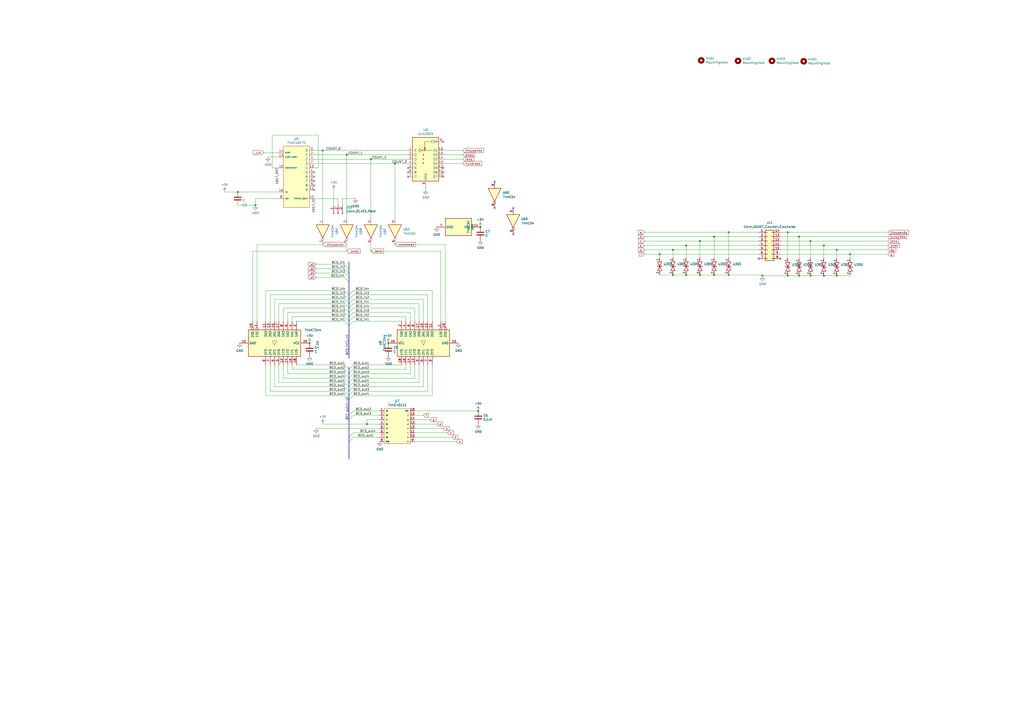
<source format=kicad_sch>
(kicad_sch (version 20230121) (generator eeschema)
  (paper "A2")
  (lib_symbols
    (symbol "74xx:74HC04"
      (property "Reference" "U" (at 0 1.27 0))
      (property "Value" "74HC04" (at 0 -1.27 0))
      (symbol "74HC04_1_0"
        (pin input line (at -7.62 0 0) (length 3.81) (name "~") (number "1"))
        (pin output inverted (at 7.62 0 180) (length 3.81) (name "~") (number "2"))
      )
      (symbol "74HC04_2_0"
        (pin input line (at -7.62 0 0) (length 3.81) (name "~") (number "3"))
        (pin output inverted (at 7.62 0 180) (length 3.81) (name "~") (number "4"))
      )
      (symbol "74HC04_3_0"
        (pin input line (at -7.62 0 0) (length 3.81) (name "~") (number "5"))
        (pin output inverted (at 7.62 0 180) (length 3.81) (name "~") (number "6"))
      )
      (symbol "74HC04_4_0"
        (pin output inverted (at 7.62 0 180) (length 3.81) (name "~") (number "8"))
        (pin input line (at -7.62 0 0) (length 3.81) (name "~") (number "9"))
      )
      (symbol "74HC04_5_0"
        (pin output inverted (at 7.62 0 180) (length 3.81) (name "~") (number "10"))
        (pin input line (at -7.62 0 0) (length 3.81) (name "~") (number "11"))
      )
      (symbol "74HC04_6_0"
        (pin output inverted (at 7.62 0 180) (length 3.81) (name "~") (number "12"))
        (pin input line (at -7.62 0 0) (length 3.81) (name "~") (number "13"))
      )
      (symbol "74HC04_7_0"
        (pin power_in line (at 0 12.7 270) (length 5.08) (name "VCC") (number "14"))
        (pin power_in line (at 0 -12.7 90) (length 5.08) (name "GND") (number "7"))
      )
    )
    (symbol "74xx:74HCT244"
      (property "Reference" "U" (at -7.62 16.51 0))
      (property "Value" "74HCT244" (at -7.62 -16.51 0))
      (symbol "74HCT244_1_0"
        (pin input inverted (at -12.7 -10.16 0) (length 5.08) (name "1OE") (number "1"))
        (pin power_in line (at 0 -20.32 90) (length 5.08) (name "GND") (number "10"))
        (pin input line (at -12.7 -5.08 0) (length 5.08) (name "2A3") (number "11"))
        (pin tri_state line (at 12.7 5.08 180) (length 5.08) (name "1Y3") (number "12"))
        (pin input line (at -12.7 -2.54 0) (length 5.08) (name "2A2") (number "13"))
        (pin tri_state line (at 12.7 7.62 180) (length 5.08) (name "1Y2") (number "14"))
        (pin input line (at -12.7 0 0) (length 5.08) (name "2A1") (number "15"))
        (pin tri_state line (at 12.7 10.16 180) (length 5.08) (name "1Y1") (number "16"))
        (pin input line (at -12.7 2.54 0) (length 5.08) (name "2A0") (number "17"))
        (pin tri_state line (at 12.7 12.7 180) (length 5.08) (name "1Y0") (number "18"))
        (pin input inverted (at -12.7 -12.7 0) (length 5.08) (name "2OE") (number "19"))
        (pin input line (at -12.7 12.7 0) (length 5.08) (name "1A0") (number "2"))
        (pin power_in line (at 0 20.32 270) (length 5.08) (name "VCC") (number "20"))
        (pin tri_state line (at 12.7 2.54 180) (length 5.08) (name "2Y0") (number "3"))
        (pin input line (at -12.7 10.16 0) (length 5.08) (name "1A1") (number "4"))
        (pin tri_state line (at 12.7 0 180) (length 5.08) (name "2Y1") (number "5"))
        (pin input line (at -12.7 7.62 0) (length 5.08) (name "1A2") (number "6"))
        (pin tri_state line (at 12.7 -2.54 180) (length 5.08) (name "2Y2") (number "7"))
        (pin input line (at -12.7 5.08 0) (length 5.08) (name "1A3") (number "8"))
        (pin tri_state line (at 12.7 -5.08 180) (length 5.08) (name "2Y3") (number "9"))
      )
    )
    (symbol "Connector_Generic:Conn_02x07_Counter_Clockwise" (pin_names (offset 1.016) hide)
      (property "Reference" "J" (at 1.27 10.16 0))
      (property "Value" "Conn_02x07_Counter_Clockwise" (at 1.27 -10.16 0))
      (symbol "Conn_02x07_Counter_Clockwise_1_1"
        (pin passive line (at -5.08 7.62 0) (length 3.81) (name "Pin_1") (number "1"))
        (pin passive line (at 7.62 -2.54 180) (length 3.81) (name "Pin_10") (number "10"))
        (pin passive line (at 7.62 0 180) (length 3.81) (name "Pin_11") (number "11"))
        (pin passive line (at 7.62 2.54 180) (length 3.81) (name "Pin_12") (number "12"))
        (pin passive line (at 7.62 5.08 180) (length 3.81) (name "Pin_13") (number "13"))
        (pin passive line (at 7.62 7.62 180) (length 3.81) (name "Pin_14") (number "14"))
        (pin passive line (at -5.08 5.08 0) (length 3.81) (name "Pin_2") (number "2"))
        (pin passive line (at -5.08 2.54 0) (length 3.81) (name "Pin_3") (number "3"))
        (pin passive line (at -5.08 0 0) (length 3.81) (name "Pin_4") (number "4"))
        (pin passive line (at -5.08 -2.54 0) (length 3.81) (name "Pin_5") (number "5"))
        (pin passive line (at -5.08 -5.08 0) (length 3.81) (name "Pin_6") (number "6"))
        (pin passive line (at -5.08 -7.62 0) (length 3.81) (name "Pin_7") (number "7"))
        (pin passive line (at 7.62 -7.62 180) (length 3.81) (name "Pin_8") (number "8"))
        (pin passive line (at 7.62 -5.08 180) (length 3.81) (name "Pin_9") (number "9"))
      )
    )
    (symbol "Device:C" (pin_numbers hide) (pin_names (offset 0.254))
      (property "Reference" "C" (at 0.635 2.54 0))
      (property "Value" "C" (at 0.635 -2.54 0))
      (symbol "C_1_1"
        (pin passive line (at 0 3.81 270) (length 2.794) (name "~") (number "1"))
        (pin passive line (at 0 -3.81 90) (length 2.794) (name "~") (number "2"))
      )
    )
    (symbol "Mechanical:MountingHole" (pin_names (offset 1.016))
      (property "Reference" "H" (at 0 5.08 0))
      (property "Value" "MountingHole" (at 0 3.175 0))
    )
    (symbol "Transistor_Array:ULN2003"
      (property "Reference" "U" (at 0 15.875 0))
      (property "Value" "ULN2003" (at 0 13.97 0))
      (symbol "ULN2003_1_1"
        (pin input line (at -10.16 5.08 0) (length 2.54) (name "I1") (number "1"))
        (pin open_collector line (at 10.16 -10.16 180) (length 2.54) (name "O7") (number "10"))
        (pin open_collector line (at 10.16 -7.62 180) (length 2.54) (name "O6") (number "11"))
        (pin open_collector line (at 10.16 -5.08 180) (length 2.54) (name "O5") (number "12"))
        (pin open_collector line (at 10.16 -2.54 180) (length 2.54) (name "O4") (number "13"))
        (pin open_collector line (at 10.16 0 180) (length 2.54) (name "O3") (number "14"))
        (pin open_collector line (at 10.16 2.54 180) (length 2.54) (name "O2") (number "15"))
        (pin open_collector line (at 10.16 5.08 180) (length 2.54) (name "O1") (number "16"))
        (pin input line (at -10.16 2.54 0) (length 2.54) (name "I2") (number "2"))
        (pin input line (at -10.16 0 0) (length 2.54) (name "I3") (number "3"))
        (pin input line (at -10.16 -2.54 0) (length 2.54) (name "I4") (number "4"))
        (pin input line (at -10.16 -5.08 0) (length 2.54) (name "I5") (number "5"))
        (pin input line (at -10.16 -7.62 0) (length 2.54) (name "I6") (number "6"))
        (pin input line (at -10.16 -10.16 0) (length 2.54) (name "I7") (number "7"))
        (pin power_in line (at 0 -15.24 90) (length 2.54) (name "GND") (number "8"))
        (pin passive line (at 10.16 10.16 180) (length 2.54) (name "COM") (number "9"))
      )
    )
    (symbol "menelaos-v2-rescue:74HC4017E-knownParts" (pin_names (offset 1.016))
      (property "Reference" "U" (at 0 -6.35 0))
      (property "Value" "knownParts_74HC4017E" (at 0 13.97 0))
      (symbol "74HC4017E-knownParts_1_1"
        (pin output line (at 10.16 -5.08 180) (length 2.54) (name "5") (number "1"))
        (pin output line (at 10.16 -2.54 180) (length 2.54) (name "4") (number "10"))
        (pin output line (at 10.16 -15.24 180) (length 2.54) (name "9") (number "11"))
        (pin output line (at 10.16 -20.32 180) (length 2.54) (name "TERMINAL_COUNT") (number "12"))
        (pin input line (at -10.16 3.81 0) (length 2.54) (name "CLOCK_ENABLE") (number "13"))
        (pin input line (at -10.16 6.35 0) (length 2.54) (name "CLOCK") (number "14"))
        (pin input line (at -10.16 -2.54 0) (length 2.54) (name "MASTER_RESET") (number "15"))
        (pin power_in line (at -10.16 -16.51 0) (length 2.54) (name "Vcc") (number "16"))
        (pin output line (at 10.16 5.08 180) (length 2.54) (name "1") (number "2"))
        (pin output line (at 10.16 7.62 180) (length 2.54) (name "0") (number "3"))
        (pin output line (at 10.16 2.54 180) (length 2.54) (name "2") (number "4"))
        (pin output line (at 10.16 -7.62 180) (length 2.54) (name "6") (number "5"))
        (pin output line (at 10.16 -10.16 180) (length 2.54) (name "7") (number "6"))
        (pin output line (at 10.16 0 180) (length 2.54) (name "3") (number "7"))
        (pin power_in line (at -10.16 -20.32 0) (length 2.54) (name "GND") (number "8"))
        (pin output line (at 10.16 -12.7 180) (length 2.54) (name "8") (number "9"))
      )
    )
    (symbol "menelaos-v2-rescue:74HC4511E-knownParts" (pin_names (offset 1.016))
      (property "Reference" "U" (at 0 -1.27 0))
      (property "Value" "knownParts_74HC4511E" (at 0 12.7 0))
      (symbol "74HC4511E-knownParts_1_1"
        (pin input line (at -10.16 8.89 0) (length 2.54) (name "D1") (number "1"))
        (pin output line (at 10.16 -6.35 180) (length 2.54) (name "d") (number "10"))
        (pin output line (at 10.16 -3.81 180) (length 2.54) (name "c") (number "11"))
        (pin output line (at 10.16 -1.27 180) (length 2.54) (name "b") (number "12"))
        (pin output line (at 10.16 1.27 180) (length 2.54) (name "a") (number "13"))
        (pin output line (at 10.16 3.81 180) (length 2.54) (name "g") (number "14"))
        (pin output line (at 10.16 6.35 180) (length 2.54) (name "f") (number "15"))
        (pin power_in line (at 10.16 8.89 180) (length 2.54) (name "VCC") (number "16"))
        (pin input line (at -10.16 6.35 0) (length 2.54) (name "D2") (number "2"))
        (pin input line (at -10.16 3.81 0) (length 2.54) (name "LT") (number "3"))
        (pin input line (at -10.16 1.27 0) (length 2.54) (name "BL") (number "4"))
        (pin input line (at -10.16 -1.27 0) (length 2.54) (name "LE") (number "5"))
        (pin input line (at -10.16 -3.81 0) (length 2.54) (name "D3") (number "6"))
        (pin input line (at -10.16 -6.35 0) (length 2.54) (name "D0") (number "7"))
        (pin power_in line (at -10.16 -8.89 0) (length 2.54) (name "GND") (number "8"))
        (pin output line (at 10.16 -8.89 180) (length 2.54) (name "e") (number "9"))
      )
    )
    (symbol "menelaos-v2-rescue:Conn_01x03_Male-Connector" (pin_names (offset 1.016) hide)
      (property "Reference" "J" (at 0 5.08 0))
      (property "Value" "Connector_Conn_01x03_Male" (at 0 -5.08 0))
      (symbol "Conn_01x03_Male-Connector_1_1"
        (pin passive line (at 5.08 2.54 180) (length 3.81) (name "Pin_1") (number "1"))
        (pin passive line (at 5.08 0 180) (length 3.81) (name "Pin_2") (number "2"))
        (pin passive line (at 5.08 -2.54 180) (length 3.81) (name "Pin_3") (number "3"))
      )
    )
    (symbol "power:+5V" (power) (pin_names (offset 0))
      (property "Value" "+5V" (at 0 3.556 0))
      (symbol "+5V_1_1"
        (pin power_in line (at 0 0 90) (length 0) hide (name "+5V") (number "1"))
      )
    )
    (symbol "power:GND" (power) (pin_names (offset 0))
      (property "Value" "GND" (at 0 -3.81 0))
      (symbol "GND_1_1"
        (pin power_in line (at 0 0 270) (length 0) hide (name "GND") (number "1"))
      )
    )
    (symbol "privateParts:PESD3V3L1BA-Bidirectional_Diode"
      (property "Reference" "U" (at 0 -5.08 0))
      (property "Value" "PESD3V3L1BA-Bidirectional_Diode" (at 0 -7.62 0))
      (symbol "PESD3V3L1BA-Bidirectional_Diode_1_1"
        (pin passive line (at -5.08 0 0) (length 2.54) (name "") (number "1"))
        (pin passive line (at 5.08 0 180) (length 2.54) (name "") (number "2"))
      )
    )
  )
  (junction (at 470.154 139.827))
  (junction (at 456.946 159.893))
  (junction (at 414.274 159.512))
  (junction (at 422.656 134.747))
  (junction (at 212.8365 245.999))
  (junction (at 477.901 142.367))
  (junction (at 398.018 159.512))
  (junction (at 477.901 159.893))
  (junction (at 463.55 159.893))
  (junction (at 278.638 131.699))
  (junction (at 179.578 199.009))
  (junction (at 201.168 89.789))
  (junction (at 485.394 144.907))
  (junction (at 148.209 118.999))
  (junction (at 398.018 142.367))
  (junction (at 229.108 94.869))
  (junction (at 390.398 159.512))
  (junction (at 485.394 159.893))
  (junction (at 390.398 144.907))
  (junction (at 215.138 92.329))
  (junction (at 493.141 147.447))
  (junction (at 414.274 137.287))
  (junction (at 463.55 137.287))
  (junction (at 470.154 159.893))
  (junction (at 225.298 199.009))
  (junction (at 422.656 159.512))
  (junction (at 456.946 134.747))
  (junction (at 442.214 159.893))
  (junction (at 187.198 87.249))
  (junction (at 382.651 147.447))
  (junction (at 277.368 238.379))
  (junction (at 406.019 159.512))
  (junction (at 137.922 111.379))
  (junction (at 406.019 139.827))
  (no_connect (at 182.118 99.949))
  (no_connect (at 286.893 120.65))
  (no_connect (at 257.048 99.949))
  (no_connect (at 452.755 149.987))
  (no_connect (at 182.118 105.029))
  (no_connect (at 182.118 107.569))
  (no_connect (at 236.728 97.409))
  (no_connect (at 182.118 102.489))
  (no_connect (at 257.048 97.409))
  (no_connect (at 257.048 102.489))
  (no_connect (at 297.688 120.65))
  (no_connect (at 440.055 149.987))
  (no_connect (at 297.688 135.89))
  (no_connect (at 236.728 99.949))
  (no_connect (at 257.048 82.169))
  (no_connect (at 286.893 105.41))
  (no_connect (at 236.728 102.489))
  (no_connect (at 182.118 110.109))
  (bus_entry (at 199.898 214.249) (size 2.54 2.54))
  (bus_entry (at 199.898 158.369) (size 2.54 2.54))
  (bus_entry (at 199.898 181.229) (size 2.54 2.54))
  (bus_entry (at 199.898 153.289) (size 2.54 2.54))
  (bus_entry (at 204.978 229.489) (size -2.54 2.54))
  (bus_entry (at 204.978 171.069) (size -2.54 2.54))
  (bus_entry (at 199.898 178.689) (size 2.54 2.54))
  (bus_entry (at 204.978 183.769) (size -2.54 2.54))
  (bus_entry (at 199.898 216.789) (size 2.54 2.54))
  (bus_entry (at 204.978 211.709) (size -2.54 2.54))
  (bus_entry (at 204.978 251.079) (size -2.54 2.54))
  (bus_entry (at 199.898 221.869) (size 2.54 2.54))
  (bus_entry (at 199.898 173.609) (size 2.54 2.54))
  (bus_entry (at 204.978 178.689) (size -2.54 2.54))
  (bus_entry (at 204.978 253.619) (size -2.54 2.54))
  (bus_entry (at 199.898 183.769) (size 2.54 2.54))
  (bus_entry (at 204.978 181.229) (size -2.54 2.54))
  (bus_entry (at 199.898 171.069) (size 2.54 2.54))
  (bus_entry (at 199.898 168.529) (size 2.54 2.54))
  (bus_entry (at 204.978 238.379) (size -2.54 2.54))
  (bus_entry (at 204.978 221.869) (size -2.54 2.54))
  (bus_entry (at 204.978 214.249) (size -2.54 2.54))
  (bus_entry (at 204.978 216.789) (size -2.54 2.54))
  (bus_entry (at 204.978 224.409) (size -2.54 2.54))
  (bus_entry (at 199.898 224.409) (size 2.54 2.54))
  (bus_entry (at 204.978 219.329) (size -2.54 2.54))
  (bus_entry (at 204.978 168.529) (size -2.54 2.54))
  (bus_entry (at 199.898 211.709) (size 2.54 2.54))
  (bus_entry (at 204.978 173.609) (size -2.54 2.54))
  (bus_entry (at 199.898 160.909) (size 2.54 2.54))
  (bus_entry (at 199.898 219.329) (size 2.54 2.54))
  (bus_entry (at 199.898 186.309) (size 2.54 2.54))
  (bus_entry (at 204.978 240.919) (size -2.54 2.54))
  (bus_entry (at 204.978 226.949) (size -2.54 2.54))
  (bus_entry (at 199.898 155.829) (size 2.54 2.54))
  (bus_entry (at 199.898 226.949) (size 2.54 2.54))
  (bus_entry (at 199.898 229.489) (size 2.54 2.54))
  (bus_entry (at 204.978 186.309) (size -2.54 2.54))
  (bus_entry (at 204.978 176.149) (size -2.54 2.54))
  (bus_entry (at 199.898 176.149) (size 2.54 2.54))
  (wire (pts (xy 250.698 211.709) (xy 250.698 229.489)))
  (wire (pts (xy 493.141 147.447) (xy 514.985 147.447)))
  (wire (pts (xy 149.098 141.859) (xy 187.198 141.859)))
  (wire (pts (xy 171.958 186.309) (xy 199.898 186.309)))
  (wire (pts (xy 187.198 87.249) (xy 182.118 87.249)))
  (wire (pts (xy 171.958 211.709) (xy 199.898 211.709)))
  (wire (pts (xy 414.274 149.352) (xy 414.274 137.287)))
  (wire (pts (xy 184.658 97.409) (xy 182.118 97.409)))
  (bus (pts (xy 202.438 240.919) (xy 202.438 243.459)))
  (wire (pts (xy 243.078 186.309) (xy 243.078 176.149)))
  (wire (pts (xy 268.478 94.869) (xy 257.048 94.869)))
  (wire (pts (xy 183.388 248.539) (xy 220.218 248.539)))
  (bus (pts (xy 202.438 163.449) (xy 202.438 171.069)))
  (wire (pts (xy 422.656 149.352) (xy 422.656 134.747)))
  (wire (pts (xy 229.108 126.619) (xy 229.108 94.869)))
  (bus (pts (xy 202.438 183.769) (xy 202.438 186.309)))
  (wire (pts (xy 463.55 137.287) (xy 463.55 149.733)))
  (wire (pts (xy 236.728 94.869) (xy 229.108 94.869)))
  (bus (pts (xy 202.438 216.789) (xy 202.438 219.329)))
  (wire (pts (xy 382.651 149.352) (xy 382.651 147.447)))
  (wire (pts (xy 235.458 211.709) (xy 235.458 214.249)))
  (wire (pts (xy 248.158 171.069) (xy 204.978 171.069)))
  (wire (pts (xy 255.778 145.669) (xy 255.778 186.309)))
  (wire (pts (xy 414.274 137.287) (xy 440.055 137.287)))
  (bus (pts (xy 202.438 219.329) (xy 202.438 221.869)))
  (wire (pts (xy 215.138 145.669) (xy 255.778 145.669)))
  (wire (pts (xy 204.978 216.789) (xy 237.998 216.789)))
  (wire (pts (xy 235.458 214.249) (xy 204.978 214.249)))
  (wire (pts (xy 220.218 253.619) (xy 204.978 253.619)))
  (wire (pts (xy 477.901 142.367) (xy 514.985 142.367)))
  (bus (pts (xy 202.438 181.229) (xy 202.438 183.769)))
  (wire (pts (xy 187.198 87.249) (xy 236.728 87.249)))
  (wire (pts (xy 257.048 248.539) (xy 240.538 248.539)))
  (wire (pts (xy 245.618 224.409) (xy 204.978 224.409)))
  (wire (pts (xy 215.138 92.329) (xy 215.138 126.619)))
  (wire (pts (xy 166.878 216.789) (xy 199.898 216.789)))
  (bus (pts (xy 202.438 256.159) (xy 202.438 266.319)))
  (wire (pts (xy 258.318 141.859) (xy 258.318 186.309)))
  (wire (pts (xy 477.901 159.893) (xy 470.154 159.893)))
  (wire (pts (xy 187.198 87.249) (xy 187.198 126.619)))
  (wire (pts (xy 157.988 78.359) (xy 184.658 78.359)))
  (wire (pts (xy 452.755 147.447) (xy 493.141 147.447)))
  (wire (pts (xy 220.218 251.079) (xy 204.978 251.079)))
  (wire (pts (xy 220.218 240.919) (xy 204.978 240.919)))
  (bus (pts (xy 202.438 224.409) (xy 202.438 226.949)))
  (wire (pts (xy 198.628 115.189) (xy 198.628 118.999)))
  (wire (pts (xy 442.214 159.512) (xy 442.214 159.893)))
  (wire (pts (xy 161.798 176.149) (xy 199.898 176.149)))
  (wire (pts (xy 422.656 134.747) (xy 440.055 134.747)))
  (wire (pts (xy 452.755 144.907) (xy 485.394 144.907)))
  (wire (pts (xy 470.154 139.827) (xy 470.154 149.733)))
  (wire (pts (xy 215.138 141.859) (xy 215.138 145.669)))
  (wire (pts (xy 215.138 92.329) (xy 182.118 92.329)))
  (wire (pts (xy 156.718 186.309) (xy 156.718 171.069)))
  (wire (pts (xy 169.418 183.769) (xy 199.898 183.769)))
  (wire (pts (xy 245.618 240.919) (xy 240.538 240.919)))
  (wire (pts (xy 187.198 245.999) (xy 212.8365 245.999)))
  (wire (pts (xy 148.209 115.189) (xy 148.209 118.999)))
  (wire (pts (xy 154.178 186.309) (xy 154.178 168.529)))
  (bus (pts (xy 202.438 221.869) (xy 202.438 224.409)))
  (wire (pts (xy 257.048 92.329) (xy 268.478 92.329)))
  (wire (pts (xy 240.538 219.329) (xy 204.978 219.329)))
  (wire (pts (xy 245.618 211.709) (xy 245.618 224.409)))
  (wire (pts (xy 240.538 211.709) (xy 240.538 219.329)))
  (wire (pts (xy 250.698 229.489) (xy 204.978 229.489)))
  (wire (pts (xy 248.158 226.949) (xy 204.978 226.949)))
  (wire (pts (xy 164.338 219.329) (xy 199.898 219.329)))
  (wire (pts (xy 253.238 245.999) (xy 240.538 245.999)))
  (wire (pts (xy 235.458 183.769) (xy 204.978 183.769)))
  (bus (pts (xy 202.438 176.149) (xy 202.438 178.689)))
  (wire (pts (xy 161.798 186.309) (xy 161.798 176.149)))
  (wire (pts (xy 264.668 256.159) (xy 240.538 256.159)))
  (wire (pts (xy 130.302 111.379) (xy 137.922 111.379)))
  (wire (pts (xy 249.428 243.459) (xy 240.538 243.459)))
  (wire (pts (xy 149.098 141.859) (xy 149.098 186.309)))
  (wire (pts (xy 164.338 178.689) (xy 199.898 178.689)))
  (wire (pts (xy 237.998 211.709) (xy 237.998 216.789)))
  (wire (pts (xy 240.538 186.309) (xy 240.538 178.689)))
  (wire (pts (xy 183.388 155.829) (xy 199.898 155.829)))
  (wire (pts (xy 442.214 159.893) (xy 442.214 160.274)))
  (wire (pts (xy 193.548 110.109) (xy 193.548 118.999)))
  (bus (pts (xy 202.438 160.909) (xy 202.438 163.449)))
  (wire (pts (xy 262.128 253.619) (xy 240.538 253.619)))
  (wire (pts (xy 157.988 97.409) (xy 157.988 78.359)))
  (wire (pts (xy 485.394 159.893) (xy 477.901 159.893)))
  (wire (pts (xy 456.946 159.893) (xy 442.214 159.893)))
  (wire (pts (xy 164.338 211.709) (xy 164.338 219.329)))
  (wire (pts (xy 422.656 159.512) (xy 442.214 159.512)))
  (wire (pts (xy 406.019 159.512) (xy 414.274 159.512)))
  (wire (pts (xy 201.168 145.669) (xy 201.168 141.859)))
  (wire (pts (xy 184.658 78.359) (xy 184.658 97.409)))
  (wire (pts (xy 159.258 211.709) (xy 159.258 224.409)))
  (wire (pts (xy 406.019 139.827) (xy 440.055 139.827)))
  (wire (pts (xy 477.901 149.733) (xy 477.901 142.367)))
  (bus (pts (xy 202.438 212.979) (xy 202.438 214.249)))
  (wire (pts (xy 240.538 238.379) (xy 277.368 238.379)))
  (wire (pts (xy 390.398 159.512) (xy 398.018 159.512)))
  (wire (pts (xy 452.755 137.287) (xy 463.55 137.287)))
  (bus (pts (xy 202.438 232.029) (xy 202.438 240.919)))
  (bus (pts (xy 202.438 188.849) (xy 202.438 207.899)))
  (wire (pts (xy 204.978 181.229) (xy 237.998 181.229)))
  (wire (pts (xy 373.888 147.447) (xy 382.651 147.447)))
  (wire (pts (xy 248.158 211.709) (xy 248.158 226.949)))
  (wire (pts (xy 201.168 126.619) (xy 201.168 89.789)))
  (wire (pts (xy 183.388 158.369) (xy 199.898 158.369)))
  (bus (pts (xy 202.438 155.829) (xy 202.438 158.369)))
  (wire (pts (xy 159.258 224.409) (xy 199.898 224.409)))
  (wire (pts (xy 373.888 142.367) (xy 398.018 142.367)))
  (wire (pts (xy 485.394 144.907) (xy 514.985 144.907)))
  (wire (pts (xy 166.878 211.709) (xy 166.878 216.789)))
  (wire (pts (xy 398.018 142.367) (xy 440.055 142.367)))
  (bus (pts (xy 202.438 243.459) (xy 202.438 253.619)))
  (bus (pts (xy 202.438 186.309) (xy 202.438 188.849)))
  (wire (pts (xy 243.078 211.709) (xy 243.078 221.869)))
  (bus (pts (xy 202.438 214.249) (xy 202.438 216.789)))
  (wire (pts (xy 169.418 186.309) (xy 169.418 183.769)))
  (wire (pts (xy 156.718 171.069) (xy 199.898 171.069)))
  (wire (pts (xy 169.418 214.249) (xy 199.898 214.249)))
  (wire (pts (xy 164.338 186.309) (xy 164.338 178.689)))
  (wire (pts (xy 452.755 139.827) (xy 470.154 139.827)))
  (wire (pts (xy 243.078 221.869) (xy 204.978 221.869)))
  (wire (pts (xy 220.218 243.459) (xy 212.8365 243.459)))
  (wire (pts (xy 232.918 186.309) (xy 204.978 186.309)))
  (wire (pts (xy 152.908 88.519) (xy 161.798 88.519)))
  (wire (pts (xy 220.218 238.379) (xy 204.978 238.379)))
  (wire (pts (xy 382.651 159.512) (xy 390.398 159.512)))
  (wire (pts (xy 268.478 89.789) (xy 257.048 89.789)))
  (wire (pts (xy 137.922 118.999) (xy 148.209 118.999)))
  (wire (pts (xy 161.798 97.409) (xy 157.988 97.409)))
  (wire (pts (xy 382.651 147.447) (xy 440.055 147.447)))
  (wire (pts (xy 182.118 115.189) (xy 196.088 115.189)))
  (wire (pts (xy 406.019 149.352) (xy 406.019 139.827)))
  (wire (pts (xy 166.878 186.309) (xy 166.878 181.229)))
  (wire (pts (xy 161.798 211.709) (xy 161.798 221.869)))
  (wire (pts (xy 137.922 111.379) (xy 161.798 111.379)))
  (bus (pts (xy 202.438 226.949) (xy 202.438 229.489)))
  (wire (pts (xy 456.946 134.747) (xy 514.985 134.747)))
  (wire (pts (xy 373.888 139.827) (xy 406.019 139.827)))
  (wire (pts (xy 250.698 186.309) (xy 250.698 168.529)))
  (wire (pts (xy 161.798 221.869) (xy 199.898 221.869)))
  (wire (pts (xy 201.168 89.789) (xy 236.728 89.789)))
  (bus (pts (xy 202.438 158.369) (xy 202.438 160.909)))
  (wire (pts (xy 248.158 186.309) (xy 248.158 171.069)))
  (wire (pts (xy 398.018 159.512) (xy 406.019 159.512)))
  (wire (pts (xy 373.888 144.907) (xy 390.398 144.907)))
  (wire (pts (xy 237.998 186.309) (xy 237.998 181.229)))
  (wire (pts (xy 373.888 137.287) (xy 414.274 137.287)))
  (wire (pts (xy 155.448 91.059) (xy 161.798 91.059)))
  (wire (pts (xy 154.178 211.709) (xy 154.178 229.489)))
  (wire (pts (xy 243.078 176.149) (xy 204.978 176.149)))
  (wire (pts (xy 390.398 149.352) (xy 390.398 144.907)))
  (wire (pts (xy 196.088 115.189) (xy 196.088 118.999)))
  (bus (pts (xy 202.438 229.489) (xy 202.438 232.029)))
  (wire (pts (xy 493.141 149.733) (xy 493.141 147.447)))
  (wire (pts (xy 146.558 145.669) (xy 146.558 186.309)))
  (wire (pts (xy 259.588 251.079) (xy 240.538 251.079)))
  (wire (pts (xy 268.478 87.249) (xy 257.048 87.249)))
  (wire (pts (xy 235.458 186.309) (xy 235.458 183.769)))
  (wire (pts (xy 198.628 115.189) (xy 206.248 115.189)))
  (wire (pts (xy 212.8365 245.999) (xy 220.218 245.999)))
  (bus (pts (xy 202.438 253.619) (xy 202.438 256.159)))
  (wire (pts (xy 485.394 149.733) (xy 485.394 144.907)))
  (wire (pts (xy 183.388 160.909) (xy 199.898 160.909)))
  (wire (pts (xy 146.558 145.669) (xy 201.168 145.669)))
  (bus (pts (xy 202.438 173.609) (xy 202.438 176.149)))
  (wire (pts (xy 154.178 229.489) (xy 199.898 229.489)))
  (wire (pts (xy 212.8365 243.459) (xy 212.8365 245.999)))
  (wire (pts (xy 456.946 134.747) (xy 456.946 149.733)))
  (wire (pts (xy 463.55 137.287) (xy 514.985 137.287)))
  (wire (pts (xy 182.118 89.789) (xy 201.168 89.789)))
  (wire (pts (xy 470.154 139.827) (xy 514.985 139.827)))
  (wire (pts (xy 229.108 141.859) (xy 258.318 141.859)))
  (bus (pts (xy 202.438 152.019) (xy 202.438 155.829)))
  (wire (pts (xy 398.018 149.352) (xy 398.018 142.367)))
  (wire (pts (xy 246.888 110.109) (xy 246.888 107.569)))
  (wire (pts (xy 229.108 94.869) (xy 182.118 94.869)))
  (wire (pts (xy 148.209 115.189) (xy 161.798 115.189)))
  (wire (pts (xy 169.418 211.709) (xy 169.418 214.249)))
  (wire (pts (xy 156.718 211.709) (xy 156.718 226.949)))
  (wire (pts (xy 463.55 159.893) (xy 456.946 159.893)))
  (bus (pts (xy 202.438 171.069) (xy 202.438 173.609)))
  (wire (pts (xy 154.178 168.529) (xy 199.898 168.529)))
  (wire (pts (xy 452.755 142.367) (xy 477.901 142.367)))
  (wire (pts (xy 373.888 134.747) (xy 422.656 134.747)))
  (wire (pts (xy 159.258 173.609) (xy 199.898 173.609)))
  (wire (pts (xy 250.698 168.529) (xy 204.978 168.529)))
  (wire (pts (xy 159.258 186.309) (xy 159.258 173.609)))
  (wire (pts (xy 493.141 159.893) (xy 485.394 159.893)))
  (wire (pts (xy 245.618 173.609) (xy 204.978 173.609)))
  (wire (pts (xy 470.154 159.893) (xy 463.55 159.893)))
  (wire (pts (xy 452.755 134.747) (xy 456.946 134.747)))
  (wire (pts (xy 166.878 181.229) (xy 199.898 181.229)))
  (wire (pts (xy 232.918 211.709) (xy 204.978 211.709)))
  (wire (pts (xy 414.274 159.512) (xy 422.656 159.512)))
  (wire (pts (xy 156.718 226.949) (xy 199.898 226.949)))
  (wire (pts (xy 245.618 186.309) (xy 245.618 173.609)))
  (wire (pts (xy 183.388 153.289) (xy 199.898 153.289)))
  (wire (pts (xy 240.538 178.689) (xy 204.978 178.689)))
  (wire (pts (xy 236.728 92.329) (xy 215.138 92.329)))
  (bus (pts (xy 202.438 178.689) (xy 202.438 181.229)))
  (wire (pts (xy 148.209 118.999) (xy 148.209 119.126)))
  (wire (pts (xy 390.398 144.907) (xy 440.055 144.907)))
  (label "BCD_in2" (at 192.278 173.609 0))
  (label "BCD_in[1..4]" (at 202.438 193.929 270))
  (label "BCD_in3" (at 192.278 181.229 0))
  (label "BCD_in2" (at 192.278 183.769 0))
  (label "BCD_out4" (at 191.008 229.489 0))
  (label "BCD_out1" (at 191.008 221.869 0))
  (label "BCD_out2" (at 204.978 214.249 0))
  (label "BCD_in4" (at 192.278 168.529 0))
  (label "BCD_in4" (at 206.248 168.529 0))
  (label "BCD_in1" (at 192.278 153.289 0))
  (label "BCD_out4" (at 191.008 219.329 0))
  (label "BCD_out3" (at 206.248 240.919 0))
  (label "4017_RST" (at 161.798 97.409 270))
  (label "BCD_out3" (at 204.978 216.789 0))
  (label "BCD_in1" (at 206.248 186.309 0))
  (label "BCD_in3" (at 206.248 171.069 0))
  (label "BCD_in1" (at 192.278 186.309 0))
  (label "BCD_out2" (at 206.248 238.379 0))
  (label "BCD_out2" (at 191.008 224.409 0))
  (label "BCD_in1" (at 206.248 176.149 0))
  (label "BCD_out3" (at 204.978 226.949 0))
  (label "BCD_out2" (at 204.978 224.409 0))
  (label "4017_TC" (at 182.9746 115.189 270))
  (label "BCD_in2" (at 206.248 183.769 0))
  (label "COUNT_2" (at 215.586 92.329 0))
  (label "BCD_out1" (at 207.518 253.619 0))
  (label "BCD_in3" (at 206.248 181.229 0))
  (label "BCD_out3" (at 191.008 216.789 0))
  (label "BCD_out4" (at 204.978 219.329 0))
  (label "BCD_in4" (at 199.898 160.909 180))
  (label "BCD_out1" (at 204.978 211.709 0))
  (label "BCD_in1" (at 192.278 176.149 0))
  (label "BCD_out1" (at 204.978 221.869 0))
  (label "BCD_in2" (at 206.248 173.609 0))
  (label "COUNT_3" (at 227.4508 94.869 0))
  (label "BCF_out[1..4]" (at 202.438 243.459 90))
  (label "BCD_in4" (at 206.248 178.689 0))
  (label "BCD_out4" (at 204.978 229.489 0))
  (label "BCD_in2" (at 192.278 155.829 0))
  (label "BCD_in3" (at 192.278 171.069 0))
  (label "COUNT_0" (at 189.0795 87.249 0))
  (label "COUNT_1" (at 201.8699 89.789 0))
  (label "BCD_out3" (at 191.008 226.949 0))
  (label "BCD_in4" (at 192.278 178.689 0))
  (label "BCD_out2" (at 191.008 214.249 0))
  (label "BCD_in3" (at 192.278 158.369 0))
  (label "BCD_out4" (at 208.788 251.079 0))
  (label "BCD_out1" (at 191.008 211.709 0))
  (global_label "f" (shape input) (at 373.888 147.447 180) (property "Intersheetrefs" "${INTERSHEET_REFS}" (effects hide)))
  (global_label "_thousands" (shape input) (at 187.198 141.859 0) (property "Intersheetrefs" "${INTERSHEET_REFS}" (effects hide)))
  (global_label "d" (shape input) (at 373.888 142.367 180) (property "Intersheetrefs" "${INTERSHEET_REFS}" (effects hide)))
  (global_label "hundreds" (shape input) (at 514.985 137.287 0) (property "Intersheetrefs" "${INTERSHEET_REFS}" (effects hide)))
  (global_label "_a3" (shape input) (at 183.388 158.369 180) (effects (font (size 0.9906 0.9906))) (property "Intersheetrefs" "${INTERSHEET_REFS}" (effects hide)))
  (global_label "_clk" (shape input) (at 152.908 88.519 180) (property "Intersheetrefs" "${INTERSHEET_REFS}" (effects hide)))
  (global_label "tens" (shape input) (at 514.985 139.827 0) (property "Intersheetrefs" "${INTERSHEET_REFS}" (effects hide)))
  (global_label "e" (shape input) (at 373.888 144.907 180) (property "Intersheetrefs" "${INTERSHEET_REFS}" (effects hide)))
  (global_label "hundreds" (shape input) (at 268.478 94.869 0) (property "Intersheetrefs" "${INTERSHEET_REFS}" (effects hide)))
  (global_label "f" (shape input) (at 245.618 240.919 0) (property "Intersheetrefs" "${INTERSHEET_REFS}" (effects hide)))
  (global_label "c" (shape input) (at 259.588 251.079 0) (property "Intersheetrefs" "${INTERSHEET_REFS}" (effects hide)))
  (global_label "thousands" (shape input) (at 514.985 134.747 0) (property "Intersheetrefs" "${INTERSHEET_REFS}" (effects hide)))
  (global_label "g" (shape input) (at 514.985 147.447 0) (property "Intersheetrefs" "${INTERSHEET_REFS}" (effects hide)))
  (global_label "d" (shape input) (at 262.128 253.619 0) (property "Intersheetrefs" "${INTERSHEET_REFS}" (effects hide)))
  (global_label "_hundreds" (shape input) (at 229.108 141.859 0) (property "Intersheetrefs" "${INTERSHEET_REFS}" (effects hide)))
  (global_label "b" (shape input) (at 373.888 137.287 180) (property "Intersheetrefs" "${INTERSHEET_REFS}" (effects hide)))
  (global_label "_ones" (shape input) (at 201.168 145.669 0) (property "Intersheetrefs" "${INTERSHEET_REFS}" (effects hide)))
  (global_label "ones" (shape input) (at 268.478 89.789 0) (property "Intersheetrefs" "${INTERSHEET_REFS}" (effects hide)))
  (global_label "e" (shape input) (at 264.668 256.159 0) (property "Intersheetrefs" "${INTERSHEET_REFS}" (effects hide)))
  (global_label "thousands" (shape input) (at 268.478 87.249 0) (property "Intersheetrefs" "${INTERSHEET_REFS}" (effects hide)))
  (global_label "dp" (shape input) (at 514.985 144.907 0) (property "Intersheetrefs" "${INTERSHEET_REFS}" (effects hide)))
  (global_label "c" (shape input) (at 373.888 139.827 180) (property "Intersheetrefs" "${INTERSHEET_REFS}" (effects hide)))
  (global_label "_tens" (shape input) (at 215.138 145.669 0) (property "Intersheetrefs" "${INTERSHEET_REFS}" (effects hide)))
  (global_label "_a2" (shape input) (at 183.388 155.829 180) (effects (font (size 0.9906 0.9906))) (property "Intersheetrefs" "${INTERSHEET_REFS}" (effects hide)))
  (global_label "g" (shape input) (at 249.428 243.459 0) (property "Intersheetrefs" "${INTERSHEET_REFS}" (effects hide)))
  (global_label "tens" (shape input) (at 268.478 92.329 0) (property "Intersheetrefs" "${INTERSHEET_REFS}" (effects hide)))
  (global_label "_a4" (shape input) (at 183.388 160.909 180) (effects (font (size 0.9906 0.9906))) (property "Intersheetrefs" "${INTERSHEET_REFS}" (effects hide)))
  (global_label "a" (shape input) (at 373.888 134.747 180) (property "Intersheetrefs" "${INTERSHEET_REFS}" (effects hide)))
  (global_label "a" (shape input) (at 253.238 245.999 0) (property "Intersheetrefs" "${INTERSHEET_REFS}" (effects hide)))
  (global_label "_a1" (shape input) (at 183.388 153.289 180) (effects (font (size 0.9906 0.9906))) (property "Intersheetrefs" "${INTERSHEET_REFS}" (effects hide)))
  (global_label "b" (shape input) (at 257.048 248.539 0) (property "Intersheetrefs" "${INTERSHEET_REFS}" (effects hide)))
  (global_label "ones" (shape input) (at 514.985 142.367 0) (property "Intersheetrefs" "${INTERSHEET_REFS}" (effects hide)))
  (symbol (lib_id "power:GND") (at 265.938 199.009 0) (unit 1)
    (property "Reference" "#PWR0416" (effects hide))
    (property "Value" "GND" (at 266.065 203.4032 0))
    (instances (project "menelaos-rev3" (path "" (reference "#PWR0416") (unit 1))) (project "menelaos-v2" (path "" (reference "#PWR042") (unit 1))))
  )
  (symbol (lib_id "Mechanical:MountingHole") (at 406.781 35.052 0) (unit 1)
    (property "Reference" "H401" (at 409.321 33.8836 0) (effects (justify left)))
    (property "Value" "MountingHole" (at 409.321 36.195 0) (effects (justify left)))
    (property "Footprint" "MountingHole:MountingHole_3.5mm" (effects hide))
    (instances (project "menelaos-rev3" (path "" (reference "H401") (unit 1))) (project "menelaos-v2" (path "" (reference "H1") (unit 1))))
  )
  (symbol (lib_id "power:+5V") (at 193.548 110.109 0) (unit 1)
    (property "Reference" "#PWR0219" (effects hide))
    (property "Value" "+5V" (at 193.548 105.791 0))
    (instances (project "menelaos-rev3" (path "" (reference "#PWR0219") (unit 1)) (path "" (reference "#PWR0409") (unit 1))))
  )
  (symbol (lib_id "power:+5V") (at 278.638 131.699 0) (unit 1)
    (property "Reference" "#PWR0219" (effects hide))
    (property "Value" "+5V" (at 278.638 127.381 0))
    (instances (project "menelaos-rev3" (path "" (reference "#PWR0219") (unit 1)) (path "" (reference "#PWR0419") (unit 1))))
  )
  (symbol (lib_id "privateParts:PESD3V3L1BA-Bidirectional_Diode") (at 485.394 154.813 270) (unit 1)
    (property "Reference" "U305" (at 487.7054 153.5429 90) (effects (justify left)))
    (property "Value" "PESD3V3L1BA-Bidirectional_Diode" (effects hide))
    (property "Footprint" "Diode_SMD:D_SOD-323" (effects hide))
    (property "Datasheet" "https://assets.nexperia.com/documents/data-sheet/PESDXL1BA_SER.pdf" (effects hide))
    (property "Manufacturer_PN" "PESD3V3L1BA,115" (effects hide))
    (property "Digi-Key_PN" "1727-3825-1-ND" (effects hide))
    (instances (project "menelaos-rev3" (path "" (reference "U305") (unit 1)) (path "" (reference "U417") (unit 1))) (project "OpenCelluloid" (path "" (reference "U305") (unit 1))))
  )
  (symbol (lib_id "74xx:74HC04") (at 229.108 134.239 270) (unit 4)
    (property "Reference" "U6" (at 233.68 132.969 90) (effects (justify left)))
    (property "Value" "74HC04" (at 233.68 135.509 90) (effects (justify left)))
    (property "Footprint" "Package_SO:SOIC-14_3.9x8.7mm_P1.27mm" (effects hide))
    (property "Datasheet" "https://assets.nexperia.com/documents/data-sheet/74HC_HCT04.pdf" (effects hide))
    (instances (project "menelaos-rev3" (path "" (reference "U6") (unit 4)) (path "" (reference "U403") (unit 4))) (project "menelaos-v2" (path "" (reference "U6") (unit 4))))
  )
  (symbol (lib_id "menelaos-v2-rescue:74HC4511E-knownParts") (at 230.378 247.269 0) (unit 1)
    (property "Reference" "U7" (at 230.378 232.664 0))
    (property "Value" "74HC4511E" (at 230.378 234.9754 0))
    (property "Footprint" "Package_SO:SO-16_3.9x9.9mm_P1.27mm" (effects hide))
    (instances (project "menelaos-rev3" (path "" (reference "U7") (unit 1)) (path "" (reference "U404") (unit 1))) (project "menelaos-v2" (path "" (reference "U7") (unit 1))))
  )
  (symbol (lib_id "power:GND") (at 179.578 206.629 0) (unit 1)
    (property "Reference" "#PWR0406" (effects hide))
    (property "Value" "GND" (at 179.705 211.0232 0))
    (instances (project "menelaos-rev3" (path "" (reference "#PWR0406") (unit 1))) (project "menelaos-v2" (path "" (reference "#PWR030") (unit 1))))
  )
  (symbol (lib_id "privateParts:PESD3V3L1BA-Bidirectional_Diode") (at 422.656 154.432 270) (unit 1)
    (property "Reference" "U305" (at 424.9674 153.1619 90) (effects (justify left)))
    (property "Value" "PESD3V3L1BA-Bidirectional_Diode" (effects hide))
    (property "Footprint" "Diode_SMD:D_SOD-323" (effects hide))
    (property "Datasheet" "https://assets.nexperia.com/documents/data-sheet/PESDXL1BA_SER.pdf" (effects hide))
    (property "Manufacturer_PN" "PESD3V3L1BA,115" (effects hide))
    (property "Digi-Key_PN" "1727-3825-1-ND" (effects hide))
    (instances (project "menelaos-rev3" (path "" (reference "U305") (unit 1)) (path "" (reference "U412") (unit 1))) (project "OpenCelluloid" (path "" (reference "U305") (unit 1))))
  )
  (symbol (lib_id "privateParts:PESD3V3L1BA-Bidirectional_Diode") (at 463.55 154.813 270) (unit 1)
    (property "Reference" "U305" (at 465.8614 153.5429 90) (effects (justify left)))
    (property "Value" "PESD3V3L1BA-Bidirectional_Diode" (effects hide))
    (property "Footprint" "Diode_SMD:D_SOD-323" (effects hide))
    (property "Datasheet" "https://assets.nexperia.com/documents/data-sheet/PESDXL1BA_SER.pdf" (effects hide))
    (property "Manufacturer_PN" "PESD3V3L1BA,115" (effects hide))
    (property "Digi-Key_PN" "1727-3825-1-ND" (effects hide))
    (instances (project "menelaos-rev3" (path "" (reference "U305") (unit 1)) (path "" (reference "U414") (unit 1))) (project "OpenCelluloid" (path "" (reference "U305") (unit 1))))
  )
  (symbol (lib_id "Mechanical:MountingHole") (at 447.802 35.306 0) (unit 1)
    (property "Reference" "H403" (at 450.342 34.1376 0) (effects (justify left)))
    (property "Value" "MountingHole" (at 450.342 36.449 0) (effects (justify left)))
    (property "Footprint" "MountingHole:MountingHole_3.5mm" (effects hide))
    (instances (project "menelaos-rev3" (path "" (reference "H403") (unit 1))) (project "menelaos-v2" (path "" (reference "H1") (unit 1))))
  )
  (symbol (lib_id "power:GND") (at 246.888 110.109 0) (unit 1)
    (property "Reference" "#PWR0414" (effects hide))
    (property "Value" "GND" (at 247.015 114.5032 0))
    (instances (project "menelaos-rev3" (path "" (reference "#PWR0414") (unit 1))) (project "menelaos-v2" (path "" (reference "#PWR040") (unit 1))))
  )
  (symbol (lib_id "power:GND") (at 155.448 91.059 0) (unit 1)
    (property "Reference" "#PWR0404" (effects hide))
    (property "Value" "GND" (at 155.575 95.4532 0))
    (instances (project "menelaos-rev3" (path "" (reference "#PWR0404") (unit 1))) (project "menelaos-v2" (path "" (reference "#PWR027") (unit 1))))
  )
  (symbol (lib_id "Mechanical:MountingHole") (at 428.117 35.306 0) (unit 1)
    (property "Reference" "H402" (at 430.657 34.1376 0) (effects (justify left)))
    (property "Value" "MountingHole" (at 430.657 36.449 0) (effects (justify left)))
    (property "Footprint" "MountingHole:MountingHole_3.5mm" (effects hide))
    (instances (project "menelaos-rev3" (path "" (reference "H402") (unit 1))) (project "menelaos-v2" (path "" (reference "H1") (unit 1))))
  )
  (symbol (lib_id "privateParts:PESD3V3L1BA-Bidirectional_Diode") (at 470.154 154.813 270) (unit 1)
    (property "Reference" "U305" (at 472.4654 153.5429 90) (effects (justify left)))
    (property "Value" "PESD3V3L1BA-Bidirectional_Diode" (effects hide))
    (property "Footprint" "Diode_SMD:D_SOD-323" (effects hide))
    (property "Datasheet" "https://assets.nexperia.com/documents/data-sheet/PESDXL1BA_SER.pdf" (effects hide))
    (property "Manufacturer_PN" "PESD3V3L1BA,115" (effects hide))
    (property "Digi-Key_PN" "1727-3825-1-ND" (effects hide))
    (instances (project "menelaos-rev3" (path "" (reference "U305") (unit 1)) (path "" (reference "U415") (unit 1))) (project "OpenCelluloid" (path "" (reference "U305") (unit 1))))
  )
  (symbol (lib_id "power:GND") (at 278.638 139.319 0) (unit 1)
    (property "Reference" "#PWR0420" (effects hide))
    (property "Value" "GND" (at 278.765 143.7132 0))
    (instances (project "menelaos-rev3" (path "" (reference "#PWR0420") (unit 1))) (project "menelaos-v2" (path "" (reference "#PWR045") (unit 1))))
  )
  (symbol (lib_id "menelaos-v2-rescue:74HC4017E-knownParts") (at 171.958 94.869 0) (unit 1)
    (property "Reference" "U5" (at 171.958 80.518 0))
    (property "Value" "74HC4017E" (at 171.958 82.8294 0))
    (property "Footprint" "Package_SO:SOIC-16_3.9x9.9mm_P1.27mm" (effects hide))
    (instances (project "menelaos-rev3" (path "" (reference "U5") (unit 1)) (path "" (reference "U402") (unit 1))) (project "menelaos-v2" (path "" (reference "U5") (unit 1))))
  )
  (symbol (lib_id "Device:C") (at 137.922 115.189 0) (unit 1)
    (property "Reference" "C3" (at 140.589 118.999 0) (effects (justify left)))
    (property "Value" "C" (at 140.843 116.332 0) (effects (justify left)))
    (property "Footprint" "Capacitor_SMD:C_1206_3216Metric_Pad1.33x1.80mm_HandSolder" (effects hide))
    (instances (project "menelaos-rev3" (path "" (reference "C3") (unit 1)) (path "" (reference "C401") (unit 1))) (project "menelaos-v2" (path "" (reference "C3") (unit 1))))
  )
  (symbol (lib_id "74xx:74HC04") (at 201.168 134.239 270) (unit 2)
    (property "Reference" "U6" (at 209.2198 134.239 0))
    (property "Value" "74HC04" (at 206.9084 134.239 0))
    (property "Footprint" "Package_SO:SOIC-14_3.9x8.7mm_P1.27mm" (effects hide))
    (property "Datasheet" "https://assets.nexperia.com/documents/data-sheet/74HC_HCT04.pdf" (effects hide))
    (instances (project "menelaos-rev3" (path "" (reference "U6") (unit 2)) (path "" (reference "U403") (unit 2))) (project "menelaos-v2" (path "" (reference "U6") (unit 2))))
  )
  (symbol (lib_id "Device:C") (at 277.368 242.189 0) (unit 1)
    (property "Reference" "C6" (at 280.289 241.0206 0) (effects (justify left)))
    (property "Value" "0.1uF" (at 280.289 243.332 0) (effects (justify left)))
    (property "Footprint" "Capacitor_SMD:C_1206_3216Metric_Pad1.33x1.80mm_HandSolder" (effects hide))
    (instances (project "menelaos-rev3" (path "" (reference "C6") (unit 1)) (path "" (reference "C404") (unit 1))) (project "menelaos-v2" (path "" (reference "C6") (unit 1))))
  )
  (symbol (lib_id "privateParts:PESD3V3L1BA-Bidirectional_Diode") (at 382.651 154.432 270) (unit 1)
    (property "Reference" "U305" (at 384.9624 153.1619 90) (effects (justify left)))
    (property "Value" "PESD3V3L1BA-Bidirectional_Diode" (effects hide))
    (property "Footprint" "Diode_SMD:D_SOD-323" (effects hide))
    (property "Datasheet" "https://assets.nexperia.com/documents/data-sheet/PESDXL1BA_SER.pdf" (effects hide))
    (property "Manufacturer_PN" "PESD3V3L1BA,115" (effects hide))
    (property "Digi-Key_PN" "1727-3825-1-ND" (effects hide))
    (instances (project "menelaos-rev3" (path "" (reference "U305") (unit 1)) (path "" (reference "U407") (unit 1))) (project "OpenCelluloid" (path "" (reference "U305") (unit 1))))
  )
  (symbol (lib_id "power:GND") (at 225.298 206.629 0) (unit 1)
    (property "Reference" "#PWR0413" (effects hide))
    (property "Value" "GND" (at 225.425 211.0232 0))
    (instances (project "menelaos-rev3" (path "" (reference "#PWR0413") (unit 1))) (project "menelaos-v2" (path "" (reference "#PWR038") (unit 1))))
  )
  (symbol (lib_id "power:GND") (at 148.209 119.126 0) (unit 1)
    (property "Reference" "#PWR0403" (effects hide))
    (property "Value" "GND" (at 148.336 123.5202 0))
    (instances (project "menelaos-rev3" (path "" (reference "#PWR0403") (unit 1))) (project "menelaos-v2" (path "" (reference "#PWR026") (unit 1))))
  )
  (symbol (lib_id "Device:C") (at 278.638 135.509 0) (unit 1)
    (property "Reference" "C7" (at 281.559 134.3406 0) (effects (justify left)))
    (property "Value" "C" (at 281.559 136.652 0) (effects (justify left)))
    (property "Footprint" "Capacitor_SMD:C_1206_3216Metric_Pad1.33x1.80mm_HandSolder" (effects hide))
    (instances (project "menelaos-rev3" (path "" (reference "C7") (unit 1)) (path "" (reference "C405") (unit 1))) (project "menelaos-v2" (path "" (reference "C7") (unit 1))))
  )
  (symbol (lib_id "power:GND") (at 277.368 245.999 0) (unit 1)
    (property "Reference" "#PWR0418" (effects hide))
    (property "Value" "GND" (at 277.495 250.3932 0))
    (instances (project "menelaos-rev3" (path "" (reference "#PWR0418") (unit 1))) (project "menelaos-v2" (path "" (reference "#PWR043") (unit 1))))
  )
  (symbol (lib_id "74xx:74HCT244") (at 245.618 199.009 90) (mirror x) (unit 1)
    (property "Reference" "U8" (at 220.7006 199.009 0))
    (property "Value" "74HCT244" (at 223.012 199.009 0))
    (property "Footprint" "Package_SO:SOIC-20W_7.5x12.8mm_P1.27mm" (effects hide))
    (property "Datasheet" "https://assets.nexperia.com/documents/data-sheet/74HC_HCT244.pdf" (effects hide))
    (instances (project "menelaos-rev3" (path "" (reference "U8") (unit 1)) (path "" (reference "U405") (unit 1))) (project "menelaos-v2" (path "" (reference "U8") (unit 1))))
  )
  (symbol (lib_id "menelaos-v2-rescue:Conn_01x03_Male-Connector") (at 196.088 124.079 90) (unit 1)
    (property "Reference" "J10" (at 200.8632 120.1674 90) (effects (justify right)))
    (property "Value" "Conn_01x03_Male" (at 200.8632 122.4788 90) (effects (justify right)))
    (property "Footprint" "Connector_PinHeader_2.54mm:PinHeader_1x03_P2.54mm_Vertical" (effects hide))
    (instances (project "menelaos-rev3" (path "" (reference "J10") (unit 1)) (path "" (reference "J401") (unit 1))) (project "menelaos-v2" (path "" (reference "J10") (unit 1))))
  )
  (symbol (lib_id "power:GND") (at 183.388 248.539 0) (unit 1)
    (property "Reference" "#PWR0407" (effects hide))
    (property "Value" "GND" (at 183.515 252.9332 0))
    (instances (project "menelaos-rev3" (path "" (reference "#PWR0407") (unit 1))) (project "menelaos-v2" (path "" (reference "#PWR031") (unit 1))))
  )
  (symbol (lib_id "power:+5V") (at 187.198 245.999 0) (unit 1)
    (property "Reference" "#PWR0219" (effects hide))
    (property "Value" "+5V" (at 187.198 241.681 0))
    (instances (project "menelaos-rev3" (path "" (reference "#PWR0219") (unit 1)) (path "" (reference "#PWR0408") (unit 1))))
  )
  (symbol (lib_id "Device:C") (at 179.578 202.819 0) (unit 1)
    (property "Reference" "C4" (at 182.499 201.6506 0) (effects (justify left)))
    (property "Value" "C" (at 182.499 203.962 0) (effects (justify left)))
    (property "Footprint" "Capacitor_SMD:C_1206_3216Metric_Pad1.33x1.80mm_HandSolder" (effects hide))
    (instances (project "menelaos-rev3" (path "" (reference "C4") (unit 1)) (path "" (reference "C402") (unit 1))) (project "menelaos-v2" (path "" (reference "C4") (unit 1))))
  )
  (symbol (lib_id "power:+5V") (at 277.368 238.379 0) (unit 1)
    (property "Reference" "#PWR0219" (effects hide))
    (property "Value" "+5V" (at 277.368 234.061 0))
    (instances (project "menelaos-rev3" (path "" (reference "#PWR0219") (unit 1)) (path "" (reference "#PWR0417") (unit 1))))
  )
  (symbol (lib_id "power:GND") (at 138.938 199.009 0) (unit 1)
    (property "Reference" "#PWR0402" (effects hide))
    (property "Value" "GND" (at 139.065 203.4032 0))
    (instances (project "menelaos-rev3" (path "" (reference "#PWR0402") (unit 1))) (project "menelaos-v2" (path "" (reference "#PWR024") (unit 1))))
  )
  (symbol (lib_id "power:GND") (at 206.248 115.189 0) (unit 1)
    (property "Reference" "#PWR0410" (effects hide))
    (property "Value" "GND" (at 206.375 119.5832 0))
    (instances (project "menelaos-rev3" (path "" (reference "#PWR0410") (unit 1))) (project "menelaos-v2" (path "" (reference "#PWR035") (unit 1))))
  )
  (symbol (lib_id "privateParts:PESD3V3L1BA-Bidirectional_Diode") (at 414.274 154.432 270) (unit 1)
    (property "Reference" "U305" (at 416.5854 153.1619 90) (effects (justify left)))
    (property "Value" "PESD3V3L1BA-Bidirectional_Diode" (effects hide))
    (property "Footprint" "Diode_SMD:D_SOD-323" (effects hide))
    (property "Datasheet" "https://assets.nexperia.com/documents/data-sheet/PESDXL1BA_SER.pdf" (effects hide))
    (property "Manufacturer_PN" "PESD3V3L1BA,115" (effects hide))
    (property "Digi-Key_PN" "1727-3825-1-ND" (effects hide))
    (instances (project "menelaos-rev3" (path "" (reference "U305") (unit 1)) (path "" (reference "U411") (unit 1))) (project "OpenCelluloid" (path "" (reference "U305") (unit 1))))
  )
  (symbol (lib_id "74xx:74HC04") (at 297.688 128.27 270) (unit 4)
    (property "Reference" "U6" (at 302.26 127 90) (effects (justify left)))
    (property "Value" "74HC04" (at 302.26 129.54 90) (effects (justify left)))
    (property "Footprint" "Package_SO:SOIC-14_3.9x8.7mm_P1.27mm" (effects hide))
    (property "Datasheet" "https://assets.nexperia.com/documents/data-sheet/74HC_HCT04.pdf" (effects hide))
    (instances (project "menelaos-rev3" (path "" (reference "U6") (unit 4)) (path "" (reference "U403") (unit 6))) (project "menelaos-v2" (path "" (reference "U6") (unit 4))))
  )
  (symbol (lib_id "Mechanical:MountingHole") (at 466.217 35.56 0) (unit 1)
    (property "Reference" "H404" (at 468.757 34.3916 0) (effects (justify left)))
    (property "Value" "MountingHole" (at 468.757 36.703 0) (effects (justify left)))
    (property "Footprint" "MountingHole:MountingHole_3.5mm" (effects hide))
    (instances (project "menelaos-rev3" (path "" (reference "H404") (unit 1))) (project "menelaos-v2" (path "" (reference "H1") (unit 1))))
  )
  (symbol (lib_id "74xx:74HC04") (at 187.198 134.239 270) (unit 1)
    (property "Reference" "U6" (at 195.2498 134.239 0))
    (property "Value" "74HC04" (at 192.9384 134.239 0))
    (property "Footprint" "Package_SO:SOIC-14_3.9x8.7mm_P1.27mm" (effects hide))
    (property "Datasheet" "https://assets.nexperia.com/documents/data-sheet/74HC_HCT04.pdf" (effects hide))
    (instances (project "menelaos-rev3" (path "" (reference "U6") (unit 1)) (path "" (reference "U403") (unit 1))) (project "menelaos-v2" (path "" (reference "U6") (unit 1))))
  )
  (symbol (lib_id "privateParts:PESD3V3L1BA-Bidirectional_Diode") (at 406.019 154.432 270) (unit 1)
    (property "Reference" "U305" (at 408.3304 153.1619 90) (effects (justify left)))
    (property "Value" "PESD3V3L1BA-Bidirectional_Diode" (effects hide))
    (property "Footprint" "Diode_SMD:D_SOD-323" (effects hide))
    (property "Datasheet" "https://assets.nexperia.com/documents/data-sheet/PESDXL1BA_SER.pdf" (effects hide))
    (property "Manufacturer_PN" "PESD3V3L1BA,115" (effects hide))
    (property "Digi-Key_PN" "1727-3825-1-ND" (effects hide))
    (instances (project "menelaos-rev3" (path "" (reference "U305") (unit 1)) (path "" (reference "U410") (unit 1))) (project "OpenCelluloid" (path "" (reference "U305") (unit 1))))
  )
  (symbol (lib_id "power:+5V") (at 130.302 111.379 0) (unit 1)
    (property "Reference" "#PWR0219" (effects hide))
    (property "Value" "+5V" (at 130.302 107.061 0))
    (instances (project "menelaos-rev3" (path "" (reference "#PWR0219") (unit 1)) (path "" (reference "#PWR0401") (unit 1))))
  )
  (symbol (lib_id "privateParts:PESD3V3L1BA-Bidirectional_Diode") (at 493.141 154.813 270) (unit 1)
    (property "Reference" "U305" (at 495.4524 153.5429 90) (effects (justify left)))
    (property "Value" "PESD3V3L1BA-Bidirectional_Diode" (effects hide))
    (property "Footprint" "Diode_SMD:D_SOD-323" (effects hide))
    (property "Datasheet" "https://assets.nexperia.com/documents/data-sheet/PESDXL1BA_SER.pdf" (effects hide))
    (property "Manufacturer_PN" "PESD3V3L1BA,115" (effects hide))
    (property "Digi-Key_PN" "1727-3825-1-ND" (effects hide))
    (instances (project "menelaos-rev3" (path "" (reference "U305") (unit 1)) (path "" (reference "U418") (unit 1))) (project "OpenCelluloid" (path "" (reference "U305") (unit 1))))
  )
  (symbol (lib_id "74xx:74HCT244") (at 159.258 199.009 270) (unit 1)
    (property "Reference" "U4" (at 184.1754 199.009 0))
    (property "Value" "74HCT244" (at 181.483 191.516 90))
    (property "Footprint" "Package_SO:SOIC-20W_7.5x12.8mm_P1.27mm" (effects hide))
    (property "Datasheet" "https://assets.nexperia.com/documents/data-sheet/74HC_HCT244.pdf" (effects hide))
    (instances (project "menelaos-rev3" (path "" (reference "U4") (unit 1)) (path "" (reference "U401") (unit 1))) (project "menelaos-v2" (path "" (reference "U4") (unit 1))))
  )
  (symbol (lib_id "privateParts:PESD3V3L1BA-Bidirectional_Diode") (at 390.398 154.432 270) (unit 1)
    (property "Reference" "U305" (at 392.7094 153.1619 90) (effects (justify left)))
    (property "Value" "PESD3V3L1BA-Bidirectional_Diode" (effects hide))
    (property "Footprint" "Diode_SMD:D_SOD-323" (effects hide))
    (property "Datasheet" "https://assets.nexperia.com/documents/data-sheet/PESDXL1BA_SER.pdf" (effects hide))
    (property "Manufacturer_PN" "PESD3V3L1BA,115" (effects hide))
    (property "Digi-Key_PN" "1727-3825-1-ND" (effects hide))
    (instances (project "menelaos-rev3" (path "" (reference "U305") (unit 1)) (path "" (reference "U408") (unit 1))) (project "OpenCelluloid" (path "" (reference "U305") (unit 1))))
  )
  (symbol (lib_id "Connector_Generic:Conn_02x07_Counter_Clockwise") (at 445.135 142.367 0) (unit 1)
    (property "Reference" "J11" (at 446.405 129.2352 0))
    (property "Value" "Conn_02x07_Counter_Clockwise" (at 446.405 131.5466 0))
    (property "Footprint" "privateParts:PinHeader_2x07_P2.54mm_Vertical-CounterClockWise" (effects hide))
    (instances (project "menelaos-rev3" (path "" (reference "J11") (unit 1)) (path "" (reference "J402") (unit 1))) (project "menelaos-v2" (path "" (reference "J11") (unit 1))))
  )
  (symbol (lib_id "power:GND") (at 442.214 160.274 0) (unit 1)
    (property "Reference" "#PWR0421" (effects hide))
    (property "Value" "GND" (at 442.341 164.6682 0))
    (instances (project "menelaos-rev3" (path "" (reference "#PWR0421") (unit 1))) (project "menelaos-v2" (path "" (reference "#PWR045") (unit 1))))
  )
  (symbol (lib_id "privateParts:PESD3V3L1BA-Bidirectional_Diode") (at 477.901 154.813 270) (unit 1)
    (property "Reference" "U305" (at 480.2124 153.5429 90) (effects (justify left)))
    (property "Value" "PESD3V3L1BA-Bidirectional_Diode" (effects hide))
    (property "Footprint" "Diode_SMD:D_SOD-323" (effects hide))
    (property "Datasheet" "https://assets.nexperia.com/documents/data-sheet/PESDXL1BA_SER.pdf" (effects hide))
    (property "Manufacturer_PN" "PESD3V3L1BA,115" (effects hide))
    (property "Digi-Key_PN" "1727-3825-1-ND" (effects hide))
    (instances (project "menelaos-rev3" (path "" (reference "U305") (unit 1)) (path "" (reference "U416") (unit 1))) (project "OpenCelluloid" (path "" (reference "U305") (unit 1))))
  )
  (symbol (lib_id "Transistor_Array:ULN2003") (at 246.888 92.329 0) (unit 1)
    (property "Reference" "U9" (at 246.888 75.3872 0))
    (property "Value" "ULN2003" (at 246.888 77.6986 0))
    (property "Footprint" "Package_SO:SOIC-16_3.9x9.9mm_P1.27mm" (effects hide))
    (property "Datasheet" "http://www.ti.com/lit/ds/symlink/uln2003a.pdf" (effects hide))
    (instances (project "menelaos-rev3" (path "" (reference "U9") (unit 1)) (path "" (reference "U406") (unit 1))) (project "menelaos-v2" (path "" (reference "U9") (unit 1))))
  )
  (symbol (lib_id "power:GND") (at 220.218 256.159 0) (unit 1)
    (property "Reference" "#PWR0411" (effects hide))
    (property "Value" "GND" (at 220.345 260.5532 0))
    (instances (project "menelaos-rev3" (path "" (reference "#PWR0411") (unit 1))) (project "menelaos-v2" (path "" (reference "#PWR036") (unit 1))))
  )
  (symbol (lib_id "power:+5V") (at 225.298 199.009 0) (unit 1)
    (property "Reference" "#PWR0219" (effects hide))
    (property "Value" "+5V" (at 225.298 194.691 0))
    (instances (project "menelaos-rev3" (path "" (reference "#PWR0219") (unit 1)) (path "" (reference "#PWR0412") (unit 1))))
  )
  (symbol (lib_id "privateParts:PESD3V3L1BA-Bidirectional_Diode") (at 456.946 154.813 270) (unit 1)
    (property "Reference" "U305" (at 459.2574 153.5429 90) (effects (justify left)))
    (property "Value" "PESD3V3L1BA-Bidirectional_Diode" (effects hide))
    (property "Footprint" "Diode_SMD:D_SOD-323" (effects hide))
    (property "Datasheet" "https://assets.nexperia.com/documents/data-sheet/PESDXL1BA_SER.pdf" (effects hide))
    (property "Manufacturer_PN" "PESD3V3L1BA,115" (effects hide))
    (property "Digi-Key_PN" "1727-3825-1-ND" (effects hide))
    (instances (project "menelaos-rev3" (path "" (reference "U305") (unit 1)) (path "" (reference "U413") (unit 1))) (project "OpenCelluloid" (path "" (reference "U305") (unit 1))))
  )
  (symbol (lib_id "74xx:74HC04") (at 215.138 134.239 270) (unit 3)
    (property "Reference" "U6" (at 223.1898 134.239 0))
    (property "Value" "74HC04" (at 220.8784 134.239 0))
    (property "Footprint" "Package_SO:SOIC-14_3.9x8.7mm_P1.27mm" (effects hide))
    (property "Datasheet" "https://assets.nexperia.com/documents/data-sheet/74HC_HCT04.pdf" (effects hide))
    (instances (project "menelaos-rev3" (path "" (reference "U6") (unit 3)) (path "" (reference "U403") (unit 3))) (project "menelaos-v2" (path "" (reference "U6") (unit 3))))
  )
  (symbol (lib_id "privateParts:PESD3V3L1BA-Bidirectional_Diode") (at 398.018 154.432 270) (unit 1)
    (property "Reference" "U305" (at 400.3294 153.1619 90) (effects (justify left)))
    (property "Value" "PESD3V3L1BA-Bidirectional_Diode" (effects hide))
    (property "Footprint" "Diode_SMD:D_SOD-323" (effects hide))
    (property "Datasheet" "https://assets.nexperia.com/documents/data-sheet/PESDXL1BA_SER.pdf" (effects hide))
    (property "Manufacturer_PN" "PESD3V3L1BA,115" (effects hide))
    (property "Digi-Key_PN" "1727-3825-1-ND" (effects hide))
    (instances (project "menelaos-rev3" (path "" (reference "U305") (unit 1)) (path "" (reference "U409") (unit 1))) (project "OpenCelluloid" (path "" (reference "U305") (unit 1))))
  )
  (symbol (lib_id "74xx:74HC04") (at 265.938 131.699 270) (unit 7)
    (property "Reference" "U6" (at 273.9898 131.699 0))
    (property "Value" "74HC04" (at 271.6784 131.699 0))
    (property "Footprint" "Package_SO:SOIC-14_3.9x8.7mm_P1.27mm" (effects hide))
    (property "Datasheet" "https://assets.nexperia.com/documents/data-sheet/74HC_HCT04.pdf" (effects hide))
    (instances (project "menelaos-rev3" (path "" (reference "U6") (unit 7)) (path "" (reference "U403") (unit 7))) (project "menelaos-v2" (path "" (reference "U6") (unit 7))))
  )
  (symbol (lib_id "power:GND") (at 253.238 131.699 0) (unit 1)
    (property "Reference" "#PWR0415" (effects hide))
    (property "Value" "GND" (at 253.365 136.0932 0))
    (instances (project "menelaos-rev3" (path "" (reference "#PWR0415") (unit 1))) (project "menelaos-v2" (path "" (reference "#PWR041") (unit 1))))
  )
  (symbol (lib_id "power:+5V") (at 179.578 199.009 0) (unit 1)
    (property "Reference" "#PWR0219" (effects hide))
    (property "Value" "+5V" (at 179.578 194.691 0))
    (instances (project "menelaos-rev3" (path "" (reference "#PWR0219") (unit 1)) (path "" (reference "#PWR0405") (unit 1))))
  )
  (symbol (lib_id "74xx:74HC04") (at 286.893 113.03 270) (unit 4)
    (property "Reference" "U6" (at 291.465 111.76 90) (effects (justify left)))
    (property "Value" "74HC04" (at 291.465 114.3 90) (effects (justify left)))
    (property "Footprint" "Package_SO:SOIC-14_3.9x8.7mm_P1.27mm" (effects hide))
    (property "Datasheet" "https://assets.nexperia.com/documents/data-sheet/74HC_HCT04.pdf" (effects hide))
    (instances (project "menelaos-rev3" (path "" (reference "U6") (unit 4)) (path "" (reference "U403") (unit 5))) (project "menelaos-v2" (path "" (reference "U6") (unit 4))))
  )
  (symbol (lib_id "Device:C") (at 225.298 202.819 0) (unit 1)
    (property "Reference" "C5" (at 228.219 201.6506 0) (effects (justify left)))
    (property "Value" "C" (at 228.219 203.962 0) (effects (justify left)))
    (property "Footprint" "Capacitor_SMD:C_1206_3216Metric_Pad1.33x1.80mm_HandSolder" (effects hide))
    (instances (project "menelaos-rev3" (path "" (reference "C5") (unit 1)) (path "" (reference "C403") (unit 1))) (project "menelaos-v2" (path "" (reference "C5") (unit 1))))
  )
)
</source>
